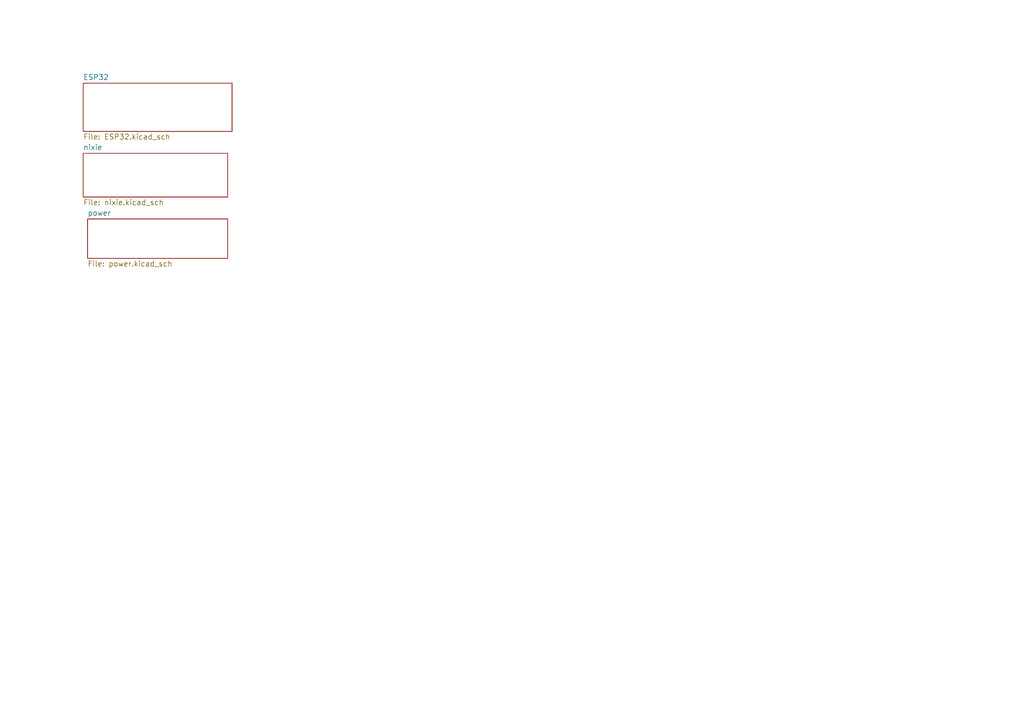
<source format=kicad_sch>
(kicad_sch (version 20211123) (generator eeschema)
  (paper "A4")
  (title_block (title "ESP32 Nixie Clock") (date "2017-10-24"))
  (lib_symbols)
  (sheet (at 24.13 24.13) (size 43.18 13.97)
    (property "Sheet name" "ESP32" (at 24.13 23.2914 0) (effects (font (size 1.524 1.524)) (justify left bottom)))
    (property "Sheet file" "ESP32.kicad_sch" (at 24.13 38.7862 0) (effects (font (size 1.524 1.524)) (justify left top)))
  )
  (sheet (at 24.13 44.45) (size 41.91 12.7)
    (property "Sheet name" "nixie" (at 24.13 43.6114 0) (effects (font (size 1.524 1.524)) (justify left bottom)))
    (property "Sheet file" "nixie.kicad_sch" (at 24.13 57.8362 0) (effects (font (size 1.524 1.524)) (justify left top)))
  )
  (sheet (at 25.4 63.5) (size 40.64 11.43)
    (property "Sheet name" "power" (at 25.4 62.6614 0) (effects (font (size 1.524 1.524)) (justify left bottom)))
    (property "Sheet file" "power.kicad_sch" (at 25.4 75.6162 0) (effects (font (size 1.524 1.524)) (justify left top)))
  )
)
</source>
